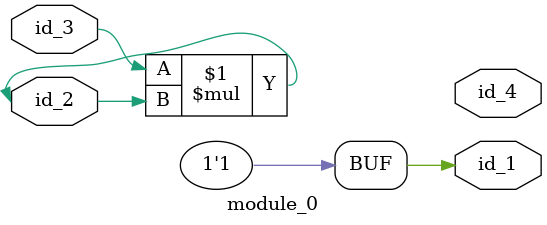
<source format=v>
module module_0 (
    id_1,
    id_2,
    id_3,
    id_4
);
  output id_4;
  inout id_3;
  inout id_2;
  output id_1;
  assign id_2 = id_3 * id_2;
  always id_1 = 1;
endmodule

</source>
